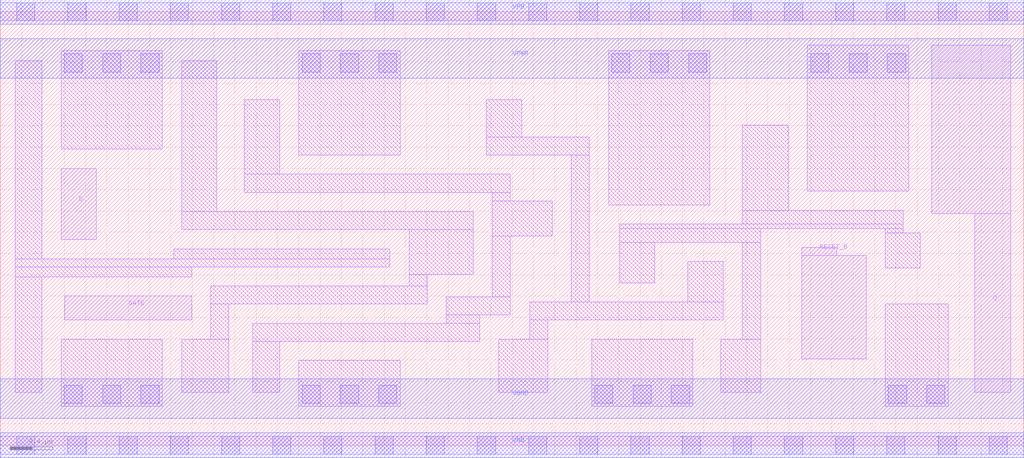
<source format=lef>
# Copyright 2020 The SkyWater PDK Authors
#
# Licensed under the Apache License, Version 2.0 (the "License");
# you may not use this file except in compliance with the License.
# You may obtain a copy of the License at
#
#     https://www.apache.org/licenses/LICENSE-2.0
#
# Unless required by applicable law or agreed to in writing, software
# distributed under the License is distributed on an "AS IS" BASIS,
# WITHOUT WARRANTIES OR CONDITIONS OF ANY KIND, either express or implied.
# See the License for the specific language governing permissions and
# limitations under the License.
#
# SPDX-License-Identifier: Apache-2.0

VERSION 5.7 ;
  NOWIREEXTENSIONATPIN ON ;
  DIVIDERCHAR "/" ;
  BUSBITCHARS "[]" ;
UNITS
  DATABASE MICRONS 200 ;
END UNITS
MACRO sky130_fd_sc_hvl__dlrtp_1
  CLASS CORE ;
  FOREIGN sky130_fd_sc_hvl__dlrtp_1 ;
  ORIGIN  0.000000  0.000000 ;
  SIZE  9.600000 BY  4.070000 ;
  SYMMETRY X Y ;
  SITE unithv ;
  PIN D
    ANTENNAGATEAREA  0.585000 ;
    DIRECTION INPUT ;
    USE SIGNAL ;
    PORT
      LAYER li1 ;
        RECT 0.570000 1.930000 0.900000 2.600000 ;
    END
  END D
  PIN Q
    ANTENNADIFFAREA  0.641250 ;
    DIRECTION OUTPUT ;
    USE SIGNAL ;
    PORT
      LAYER li1 ;
        RECT 8.735000 2.175000 9.475000 3.755000 ;
        RECT 9.140000 0.495000 9.475000 2.175000 ;
    END
  END Q
  PIN RESET_B
    ANTENNAGATEAREA  0.585000 ;
    DIRECTION INPUT ;
    USE SIGNAL ;
    PORT
      LAYER li1 ;
        RECT 7.515000 0.810000 8.120000 1.780000 ;
        RECT 7.515000 1.780000 7.845000 1.855000 ;
    END
  END RESET_B
  PIN GATE
    ANTENNAGATEAREA  0.585000 ;
    DIRECTION INPUT ;
    USE CLOCK ;
    PORT
      LAYER li1 ;
        RECT 0.605000 1.175000 1.795000 1.400000 ;
    END
  END GATE
  PIN VGND
    DIRECTION INOUT ;
    USE GROUND ;
    PORT
      LAYER met1 ;
        RECT 0.000000 0.255000 9.600000 0.625000 ;
    END
  END VGND
  PIN VNB
    DIRECTION INOUT ;
    USE GROUND ;
    PORT
      LAYER met1 ;
        RECT 0.000000 -0.115000 9.600000 0.115000 ;
    END
  END VNB
  PIN VPB
    DIRECTION INOUT ;
    USE POWER ;
    PORT
      LAYER met1 ;
        RECT 0.000000 3.955000 9.600000 4.185000 ;
    END
  END VPB
  PIN VPWR
    DIRECTION INOUT ;
    USE POWER ;
    PORT
      LAYER met1 ;
        RECT 0.000000 3.445000 9.600000 3.815000 ;
    END
  END VPWR
  OBS
    LAYER li1 ;
      RECT 0.000000 -0.085000 9.600000 0.085000 ;
      RECT 0.000000  3.985000 9.600000 4.155000 ;
      RECT 0.140000  0.495000 0.390000 1.580000 ;
      RECT 0.140000  1.580000 1.795000 1.675000 ;
      RECT 0.140000  1.675000 3.655000 1.750000 ;
      RECT 0.140000  1.750000 0.390000 3.610000 ;
      RECT 0.570000  0.365000 1.520000 0.995000 ;
      RECT 0.570000  2.780000 1.520000 3.705000 ;
      RECT 1.625000  1.750000 3.655000 1.845000 ;
      RECT 1.700000  0.495000 2.145000 0.995000 ;
      RECT 1.700000  2.025000 4.435000 2.195000 ;
      RECT 1.700000  2.195000 2.030000 3.610000 ;
      RECT 1.975000  0.995000 2.145000 1.325000 ;
      RECT 1.975000  1.325000 4.005000 1.495000 ;
      RECT 2.290000  2.375000 4.785000 2.545000 ;
      RECT 2.290000  2.545000 2.620000 3.245000 ;
      RECT 2.370000  0.495000 2.620000 0.975000 ;
      RECT 2.370000  0.975000 4.495000 1.145000 ;
      RECT 2.800000  0.365000 3.750000 0.795000 ;
      RECT 2.800000  2.725000 3.750000 3.705000 ;
      RECT 3.835000  1.495000 4.005000 1.605000 ;
      RECT 3.835000  1.605000 4.435000 2.025000 ;
      RECT 4.185000  1.145000 4.495000 1.225000 ;
      RECT 4.185000  1.225000 4.785000 1.395000 ;
      RECT 4.560000  2.725000 5.525000 2.895000 ;
      RECT 4.560000  2.895000 4.890000 3.245000 ;
      RECT 4.615000  1.395000 4.785000 1.965000 ;
      RECT 4.615000  1.965000 5.175000 2.295000 ;
      RECT 4.615000  2.295000 4.785000 2.375000 ;
      RECT 4.675000  0.495000 5.135000 0.995000 ;
      RECT 4.965000  0.995000 5.135000 1.175000 ;
      RECT 4.965000  1.175000 6.780000 1.345000 ;
      RECT 5.355000  1.345000 5.525000 2.725000 ;
      RECT 5.545000  0.365000 6.495000 0.995000 ;
      RECT 5.705000  2.255000 6.655000 3.705000 ;
      RECT 5.810000  1.525000 6.140000 1.905000 ;
      RECT 5.810000  1.905000 7.130000 2.035000 ;
      RECT 5.810000  2.035000 8.470000 2.075000 ;
      RECT 6.450000  1.345000 6.780000 1.725000 ;
      RECT 6.755000  0.495000 7.130000 0.995000 ;
      RECT 6.960000  0.995000 7.130000 1.905000 ;
      RECT 6.960000  2.075000 8.470000 2.205000 ;
      RECT 6.960000  2.205000 7.390000 3.005000 ;
      RECT 7.570000  2.385000 8.520000 3.755000 ;
      RECT 8.300000  0.365000 8.890000 1.325000 ;
      RECT 8.300000  1.665000 8.630000 1.995000 ;
      RECT 8.300000  1.995000 8.470000 2.035000 ;
    LAYER mcon ;
      RECT 0.155000 -0.085000 0.325000 0.085000 ;
      RECT 0.155000  3.985000 0.325000 4.155000 ;
      RECT 0.600000  0.395000 0.770000 0.565000 ;
      RECT 0.600000  3.505000 0.770000 3.675000 ;
      RECT 0.635000 -0.085000 0.805000 0.085000 ;
      RECT 0.635000  3.985000 0.805000 4.155000 ;
      RECT 0.960000  0.395000 1.130000 0.565000 ;
      RECT 0.960000  3.505000 1.130000 3.675000 ;
      RECT 1.115000 -0.085000 1.285000 0.085000 ;
      RECT 1.115000  3.985000 1.285000 4.155000 ;
      RECT 1.320000  0.395000 1.490000 0.565000 ;
      RECT 1.320000  3.505000 1.490000 3.675000 ;
      RECT 1.595000 -0.085000 1.765000 0.085000 ;
      RECT 1.595000  3.985000 1.765000 4.155000 ;
      RECT 2.075000 -0.085000 2.245000 0.085000 ;
      RECT 2.075000  3.985000 2.245000 4.155000 ;
      RECT 2.555000 -0.085000 2.725000 0.085000 ;
      RECT 2.555000  3.985000 2.725000 4.155000 ;
      RECT 2.830000  0.395000 3.000000 0.565000 ;
      RECT 2.830000  3.505000 3.000000 3.675000 ;
      RECT 3.035000 -0.085000 3.205000 0.085000 ;
      RECT 3.035000  3.985000 3.205000 4.155000 ;
      RECT 3.190000  0.395000 3.360000 0.565000 ;
      RECT 3.190000  3.505000 3.360000 3.675000 ;
      RECT 3.515000 -0.085000 3.685000 0.085000 ;
      RECT 3.515000  3.985000 3.685000 4.155000 ;
      RECT 3.550000  0.395000 3.720000 0.565000 ;
      RECT 3.550000  3.505000 3.720000 3.675000 ;
      RECT 3.995000 -0.085000 4.165000 0.085000 ;
      RECT 3.995000  3.985000 4.165000 4.155000 ;
      RECT 4.475000 -0.085000 4.645000 0.085000 ;
      RECT 4.475000  3.985000 4.645000 4.155000 ;
      RECT 4.955000 -0.085000 5.125000 0.085000 ;
      RECT 4.955000  3.985000 5.125000 4.155000 ;
      RECT 5.435000 -0.085000 5.605000 0.085000 ;
      RECT 5.435000  3.985000 5.605000 4.155000 ;
      RECT 5.575000  0.395000 5.745000 0.565000 ;
      RECT 5.735000  3.505000 5.905000 3.675000 ;
      RECT 5.915000 -0.085000 6.085000 0.085000 ;
      RECT 5.915000  3.985000 6.085000 4.155000 ;
      RECT 5.935000  0.395000 6.105000 0.565000 ;
      RECT 6.095000  3.505000 6.265000 3.675000 ;
      RECT 6.295000  0.395000 6.465000 0.565000 ;
      RECT 6.395000 -0.085000 6.565000 0.085000 ;
      RECT 6.395000  3.985000 6.565000 4.155000 ;
      RECT 6.455000  3.505000 6.625000 3.675000 ;
      RECT 6.875000 -0.085000 7.045000 0.085000 ;
      RECT 6.875000  3.985000 7.045000 4.155000 ;
      RECT 7.355000 -0.085000 7.525000 0.085000 ;
      RECT 7.355000  3.985000 7.525000 4.155000 ;
      RECT 7.600000  3.505000 7.770000 3.675000 ;
      RECT 7.835000 -0.085000 8.005000 0.085000 ;
      RECT 7.835000  3.985000 8.005000 4.155000 ;
      RECT 7.960000  3.505000 8.130000 3.675000 ;
      RECT 8.315000 -0.085000 8.485000 0.085000 ;
      RECT 8.315000  3.985000 8.485000 4.155000 ;
      RECT 8.320000  3.505000 8.490000 3.675000 ;
      RECT 8.330000  0.395000 8.500000 0.565000 ;
      RECT 8.690000  0.395000 8.860000 0.565000 ;
      RECT 8.795000 -0.085000 8.965000 0.085000 ;
      RECT 8.795000  3.985000 8.965000 4.155000 ;
      RECT 9.275000 -0.085000 9.445000 0.085000 ;
      RECT 9.275000  3.985000 9.445000 4.155000 ;
  END
END sky130_fd_sc_hvl__dlrtp_1
END LIBRARY

</source>
